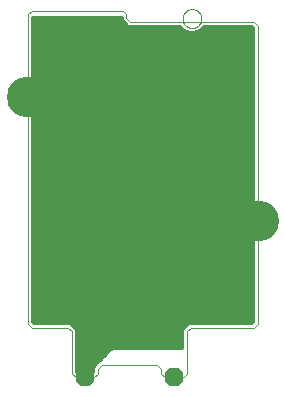
<source format=gbl>
G75*
%MOIN*%
%OFA0B0*%
%FSLAX25Y25*%
%IPPOS*%
%LPD*%
%AMOC8*
5,1,8,0,0,1.08239X$1,22.5*
%
%ADD10C,0.00000*%
%ADD11OC8,0.06300*%
%ADD12C,0.13449*%
%ADD13C,0.02775*%
%ADD14C,0.01600*%
%ADD15C,0.01200*%
D10*
X0009487Y0021562D02*
X0021674Y0021562D01*
X0022924Y0020313D01*
X0022924Y0006250D01*
X0024174Y0005000D01*
X0030424Y0005000D01*
X0031674Y0006250D01*
X0031674Y0007812D01*
X0032924Y0009063D01*
X0051362Y0009063D01*
X0052612Y0007812D01*
X0052612Y0006250D01*
X0053862Y0005000D01*
X0060112Y0005000D01*
X0061362Y0006250D01*
X0061362Y0020313D01*
X0062612Y0021562D01*
X0083549Y0021562D01*
X0084799Y0022812D01*
X0084799Y0122187D01*
X0083549Y0123437D01*
X0042299Y0123437D01*
X0041049Y0124687D01*
X0041049Y0125937D01*
X0039799Y0127187D01*
X0009487Y0127187D01*
X0008237Y0125937D01*
X0008237Y0022812D01*
X0009487Y0021562D01*
X0059774Y0124560D02*
X0059776Y0124672D01*
X0059782Y0124783D01*
X0059792Y0124895D01*
X0059806Y0125006D01*
X0059823Y0125116D01*
X0059845Y0125226D01*
X0059871Y0125335D01*
X0059900Y0125443D01*
X0059933Y0125549D01*
X0059970Y0125655D01*
X0060011Y0125759D01*
X0060056Y0125862D01*
X0060104Y0125963D01*
X0060155Y0126062D01*
X0060210Y0126159D01*
X0060269Y0126254D01*
X0060330Y0126348D01*
X0060395Y0126439D01*
X0060464Y0126527D01*
X0060535Y0126613D01*
X0060609Y0126697D01*
X0060687Y0126777D01*
X0060767Y0126855D01*
X0060850Y0126931D01*
X0060935Y0127003D01*
X0061023Y0127072D01*
X0061113Y0127138D01*
X0061206Y0127200D01*
X0061301Y0127260D01*
X0061398Y0127316D01*
X0061496Y0127368D01*
X0061597Y0127417D01*
X0061699Y0127462D01*
X0061803Y0127504D01*
X0061908Y0127542D01*
X0062015Y0127576D01*
X0062122Y0127606D01*
X0062231Y0127633D01*
X0062340Y0127655D01*
X0062451Y0127674D01*
X0062561Y0127689D01*
X0062673Y0127700D01*
X0062784Y0127707D01*
X0062896Y0127710D01*
X0063008Y0127709D01*
X0063120Y0127704D01*
X0063231Y0127695D01*
X0063342Y0127682D01*
X0063453Y0127665D01*
X0063563Y0127645D01*
X0063672Y0127620D01*
X0063780Y0127592D01*
X0063887Y0127559D01*
X0063993Y0127523D01*
X0064097Y0127483D01*
X0064200Y0127440D01*
X0064302Y0127393D01*
X0064401Y0127342D01*
X0064499Y0127288D01*
X0064595Y0127230D01*
X0064689Y0127169D01*
X0064780Y0127105D01*
X0064869Y0127038D01*
X0064956Y0126967D01*
X0065040Y0126893D01*
X0065122Y0126817D01*
X0065200Y0126737D01*
X0065276Y0126655D01*
X0065349Y0126570D01*
X0065419Y0126483D01*
X0065485Y0126393D01*
X0065549Y0126301D01*
X0065609Y0126207D01*
X0065666Y0126111D01*
X0065719Y0126012D01*
X0065769Y0125912D01*
X0065815Y0125811D01*
X0065858Y0125707D01*
X0065897Y0125602D01*
X0065932Y0125496D01*
X0065963Y0125389D01*
X0065991Y0125280D01*
X0066014Y0125171D01*
X0066034Y0125061D01*
X0066050Y0124950D01*
X0066062Y0124839D01*
X0066070Y0124728D01*
X0066074Y0124616D01*
X0066074Y0124504D01*
X0066070Y0124392D01*
X0066062Y0124281D01*
X0066050Y0124170D01*
X0066034Y0124059D01*
X0066014Y0123949D01*
X0065991Y0123840D01*
X0065963Y0123731D01*
X0065932Y0123624D01*
X0065897Y0123518D01*
X0065858Y0123413D01*
X0065815Y0123309D01*
X0065769Y0123208D01*
X0065719Y0123108D01*
X0065666Y0123009D01*
X0065609Y0122913D01*
X0065549Y0122819D01*
X0065485Y0122727D01*
X0065419Y0122637D01*
X0065349Y0122550D01*
X0065276Y0122465D01*
X0065200Y0122383D01*
X0065122Y0122303D01*
X0065040Y0122227D01*
X0064956Y0122153D01*
X0064869Y0122082D01*
X0064780Y0122015D01*
X0064689Y0121951D01*
X0064595Y0121890D01*
X0064499Y0121832D01*
X0064401Y0121778D01*
X0064302Y0121727D01*
X0064200Y0121680D01*
X0064097Y0121637D01*
X0063993Y0121597D01*
X0063887Y0121561D01*
X0063780Y0121528D01*
X0063672Y0121500D01*
X0063563Y0121475D01*
X0063453Y0121455D01*
X0063342Y0121438D01*
X0063231Y0121425D01*
X0063120Y0121416D01*
X0063008Y0121411D01*
X0062896Y0121410D01*
X0062784Y0121413D01*
X0062673Y0121420D01*
X0062561Y0121431D01*
X0062451Y0121446D01*
X0062340Y0121465D01*
X0062231Y0121487D01*
X0062122Y0121514D01*
X0062015Y0121544D01*
X0061908Y0121578D01*
X0061803Y0121616D01*
X0061699Y0121658D01*
X0061597Y0121703D01*
X0061496Y0121752D01*
X0061398Y0121804D01*
X0061301Y0121860D01*
X0061206Y0121920D01*
X0061113Y0121982D01*
X0061023Y0122048D01*
X0060935Y0122117D01*
X0060850Y0122189D01*
X0060767Y0122265D01*
X0060687Y0122343D01*
X0060609Y0122423D01*
X0060535Y0122507D01*
X0060464Y0122593D01*
X0060395Y0122681D01*
X0060330Y0122772D01*
X0060269Y0122866D01*
X0060210Y0122961D01*
X0060155Y0123058D01*
X0060104Y0123157D01*
X0060056Y0123258D01*
X0060011Y0123361D01*
X0059970Y0123465D01*
X0059933Y0123571D01*
X0059900Y0123677D01*
X0059871Y0123785D01*
X0059845Y0123894D01*
X0059823Y0124004D01*
X0059806Y0124114D01*
X0059792Y0124225D01*
X0059782Y0124337D01*
X0059776Y0124448D01*
X0059774Y0124560D01*
D11*
X0056987Y0005000D03*
X0027299Y0005000D03*
D12*
X0085112Y0057187D03*
X0007924Y0098437D03*
D13*
X0018549Y0085938D03*
X0019487Y0053437D03*
X0030112Y0044687D03*
X0029487Y0034688D03*
X0032299Y0022187D03*
X0041987Y0034688D03*
X0039487Y0044687D03*
X0053862Y0060937D03*
X0056674Y0044687D03*
X0060737Y0028125D03*
X0070112Y0047187D03*
X0042612Y0074688D03*
X0018237Y0028437D03*
D14*
X0027299Y0007187D02*
X0027299Y0005000D01*
D15*
X0024837Y0006600D02*
X0029762Y0006600D01*
X0030074Y0006913D01*
X0030074Y0008475D01*
X0031012Y0009412D01*
X0031324Y0009725D01*
X0024524Y0009725D01*
X0024524Y0010923D02*
X0032598Y0010923D01*
X0032337Y0010662D02*
X0032262Y0010662D01*
X0031324Y0009725D01*
X0032337Y0010662D02*
X0036362Y0014687D01*
X0059762Y0014687D01*
X0059762Y0020975D01*
X0060699Y0021912D01*
X0061949Y0023162D01*
X0082887Y0023162D01*
X0083199Y0023475D01*
X0083199Y0121525D01*
X0082887Y0121837D01*
X0066919Y0121837D01*
X0065615Y0120533D01*
X0063869Y0119810D01*
X0061980Y0119810D01*
X0060234Y0120533D01*
X0058929Y0121837D01*
X0041637Y0121837D01*
X0039449Y0124025D01*
X0039449Y0124687D01*
X0009837Y0124687D01*
X0009837Y0023475D01*
X0010150Y0023162D01*
X0022337Y0023162D01*
X0023587Y0021912D01*
X0024524Y0020975D01*
X0024524Y0006913D01*
X0024837Y0006600D01*
X0024524Y0007328D02*
X0030074Y0007328D01*
X0030125Y0008526D02*
X0024524Y0008526D01*
X0024524Y0012122D02*
X0033796Y0012122D01*
X0034995Y0013320D02*
X0024524Y0013320D01*
X0024524Y0014519D02*
X0036193Y0014519D01*
X0024524Y0015717D02*
X0059762Y0015717D01*
X0059762Y0016916D02*
X0024524Y0016916D01*
X0024524Y0018114D02*
X0059762Y0018114D01*
X0059762Y0019313D02*
X0024524Y0019313D01*
X0024524Y0020511D02*
X0059762Y0020511D01*
X0060497Y0021710D02*
X0023790Y0021710D01*
X0022591Y0022908D02*
X0061695Y0022908D01*
X0083199Y0024107D02*
X0009837Y0024107D01*
X0009837Y0025305D02*
X0083199Y0025305D01*
X0083199Y0026504D02*
X0009837Y0026504D01*
X0009837Y0027702D02*
X0083199Y0027702D01*
X0083199Y0028901D02*
X0009837Y0028901D01*
X0009837Y0030099D02*
X0083199Y0030099D01*
X0083199Y0031298D02*
X0009837Y0031298D01*
X0009837Y0032496D02*
X0083199Y0032496D01*
X0083199Y0033695D02*
X0009837Y0033695D01*
X0009837Y0034893D02*
X0083199Y0034893D01*
X0083199Y0036092D02*
X0009837Y0036092D01*
X0009837Y0037290D02*
X0083199Y0037290D01*
X0083199Y0038489D02*
X0009837Y0038489D01*
X0009837Y0039688D02*
X0083199Y0039688D01*
X0083199Y0040886D02*
X0009837Y0040886D01*
X0009837Y0042085D02*
X0083199Y0042085D01*
X0083199Y0043283D02*
X0009837Y0043283D01*
X0009837Y0044482D02*
X0083199Y0044482D01*
X0083199Y0045680D02*
X0009837Y0045680D01*
X0009837Y0046879D02*
X0083199Y0046879D01*
X0083199Y0048077D02*
X0009837Y0048077D01*
X0009837Y0049276D02*
X0083199Y0049276D01*
X0083199Y0050474D02*
X0009837Y0050474D01*
X0009837Y0051673D02*
X0083199Y0051673D01*
X0083199Y0052871D02*
X0009837Y0052871D01*
X0009837Y0054070D02*
X0083199Y0054070D01*
X0083199Y0055268D02*
X0009837Y0055268D01*
X0009837Y0056467D02*
X0083199Y0056467D01*
X0083199Y0057665D02*
X0009837Y0057665D01*
X0009837Y0058864D02*
X0083199Y0058864D01*
X0083199Y0060062D02*
X0009837Y0060062D01*
X0009837Y0061261D02*
X0083199Y0061261D01*
X0083199Y0062459D02*
X0009837Y0062459D01*
X0009837Y0063658D02*
X0083199Y0063658D01*
X0083199Y0064856D02*
X0009837Y0064856D01*
X0009837Y0066055D02*
X0083199Y0066055D01*
X0083199Y0067253D02*
X0009837Y0067253D01*
X0009837Y0068452D02*
X0083199Y0068452D01*
X0083199Y0069650D02*
X0009837Y0069650D01*
X0009837Y0070849D02*
X0083199Y0070849D01*
X0083199Y0072047D02*
X0009837Y0072047D01*
X0009837Y0073246D02*
X0083199Y0073246D01*
X0083199Y0074444D02*
X0009837Y0074444D01*
X0009837Y0075643D02*
X0083199Y0075643D01*
X0083199Y0076841D02*
X0009837Y0076841D01*
X0009837Y0078040D02*
X0083199Y0078040D01*
X0083199Y0079238D02*
X0009837Y0079238D01*
X0009837Y0080437D02*
X0083199Y0080437D01*
X0083199Y0081635D02*
X0009837Y0081635D01*
X0009837Y0082834D02*
X0083199Y0082834D01*
X0083199Y0084032D02*
X0009837Y0084032D01*
X0009837Y0085231D02*
X0083199Y0085231D01*
X0083199Y0086429D02*
X0009837Y0086429D01*
X0009837Y0087628D02*
X0083199Y0087628D01*
X0083199Y0088826D02*
X0009837Y0088826D01*
X0009837Y0090025D02*
X0083199Y0090025D01*
X0083199Y0091223D02*
X0009837Y0091223D01*
X0009837Y0092422D02*
X0083199Y0092422D01*
X0083199Y0093621D02*
X0009837Y0093621D01*
X0009837Y0094819D02*
X0083199Y0094819D01*
X0083199Y0096018D02*
X0009837Y0096018D01*
X0009837Y0097216D02*
X0083199Y0097216D01*
X0083199Y0098415D02*
X0009837Y0098415D01*
X0009837Y0099613D02*
X0083199Y0099613D01*
X0083199Y0100812D02*
X0009837Y0100812D01*
X0009837Y0102010D02*
X0083199Y0102010D01*
X0083199Y0103209D02*
X0009837Y0103209D01*
X0009837Y0104407D02*
X0083199Y0104407D01*
X0083199Y0105606D02*
X0009837Y0105606D01*
X0009837Y0106804D02*
X0083199Y0106804D01*
X0083199Y0108003D02*
X0009837Y0108003D01*
X0009837Y0109201D02*
X0083199Y0109201D01*
X0083199Y0110400D02*
X0009837Y0110400D01*
X0009837Y0111598D02*
X0083199Y0111598D01*
X0083199Y0112797D02*
X0009837Y0112797D01*
X0009837Y0113995D02*
X0083199Y0113995D01*
X0083199Y0115194D02*
X0009837Y0115194D01*
X0009837Y0116392D02*
X0083199Y0116392D01*
X0083199Y0117591D02*
X0009837Y0117591D01*
X0009837Y0118789D02*
X0083199Y0118789D01*
X0083199Y0119988D02*
X0064298Y0119988D01*
X0066268Y0121186D02*
X0083199Y0121186D01*
X0061550Y0119988D02*
X0009837Y0119988D01*
X0009837Y0121186D02*
X0059581Y0121186D01*
X0041089Y0122385D02*
X0009837Y0122385D01*
X0009837Y0123583D02*
X0039891Y0123583D01*
M02*

</source>
